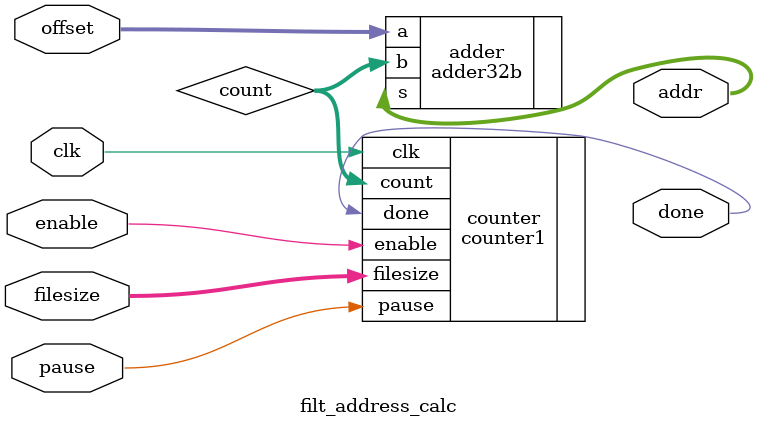
<source format=v>
/******************************************************************************
**
** Module:      filt_address_calc
** Description: Top level of address calculation for 1by1 word accelerators.
**		Filesize is measures in quantity of 128-bit "words".
**
** Author:      Miles Sherman
** Affiliation: Columbia University
**
** Last Update: 03/08/2013
**
******************************************************************************/

module filt_address_calc (offset, filesize, enable, pause, clk, addr, done);
	input [31:0] offset, filesize;
	input enable, pause, clk;
	output [31:0] addr;
	output done;
	
	wire [31:0] count;

	counter1 counter (.filesize(filesize),.enable(enable), .pause(pause), .clk(clk),.count(count), .done(done));
	
	adder32b adder (.a(offset), .b(count), .s(addr));
	
endmodule

</source>
